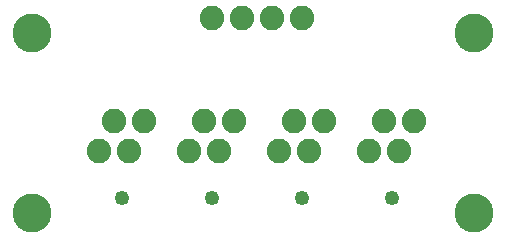
<source format=gbs>
%TF.GenerationSoftware,KiCad,Pcbnew,7.0.6*%
%TF.CreationDate,2023-12-29T14:00:24-07:00*%
%TF.ProjectId,SparkFun_RGB_CBI_Example,53706172-6b46-4756-9e5f-5247425f4342,rev?*%
%TF.SameCoordinates,Original*%
%TF.FileFunction,Soldermask,Bot*%
%TF.FilePolarity,Negative*%
%FSLAX46Y46*%
G04 Gerber Fmt 4.6, Leading zero omitted, Abs format (unit mm)*
G04 Created by KiCad (PCBNEW 7.0.6) date 2023-12-29 14:00:24*
%MOMM*%
%LPD*%
G01*
G04 APERTURE LIST*
%ADD10C,3.302000*%
%ADD11C,1.250000*%
%ADD12C,2.082800*%
G04 APERTURE END LIST*
D10*
%TO.C,ST1*%
X40005000Y17780000D03*
%TD*%
D11*
%TO.C,D4*%
X10160000Y3810000D03*
D12*
X12065000Y10350000D03*
X10795000Y7810000D03*
X9525000Y10350000D03*
X8255000Y7810000D03*
%TD*%
D11*
%TO.C,D1*%
X33020000Y3810000D03*
D12*
X34925000Y10350000D03*
X33655000Y7810000D03*
X32385000Y10350000D03*
X31115000Y7810000D03*
%TD*%
D11*
%TO.C,D3*%
X17780000Y3810000D03*
D12*
X19685000Y10350000D03*
X18415000Y7810000D03*
X17145000Y10350000D03*
X15875000Y7810000D03*
%TD*%
%TO.C,J1*%
X25400000Y19050000D03*
X22860000Y19050000D03*
X20320000Y19050000D03*
X17780000Y19050000D03*
%TD*%
D10*
%TO.C,ST2*%
X2540000Y17780000D03*
%TD*%
%TO.C,ST4*%
X2540000Y2540000D03*
%TD*%
%TO.C,ST3*%
X40005000Y2540000D03*
%TD*%
D11*
%TO.C,D2*%
X25400000Y3810000D03*
D12*
X27305000Y10350000D03*
X26035000Y7810000D03*
X24765000Y10350000D03*
X23495000Y7810000D03*
%TD*%
M02*

</source>
